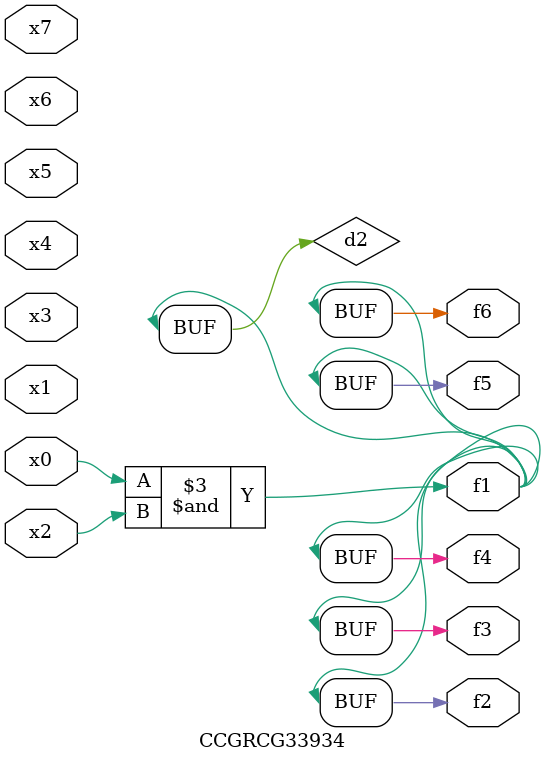
<source format=v>
module CCGRCG33934(
	input x0, x1, x2, x3, x4, x5, x6, x7,
	output f1, f2, f3, f4, f5, f6
);

	wire d1, d2;

	nor (d1, x3, x6);
	and (d2, x0, x2);
	assign f1 = d2;
	assign f2 = d2;
	assign f3 = d2;
	assign f4 = d2;
	assign f5 = d2;
	assign f6 = d2;
endmodule

</source>
